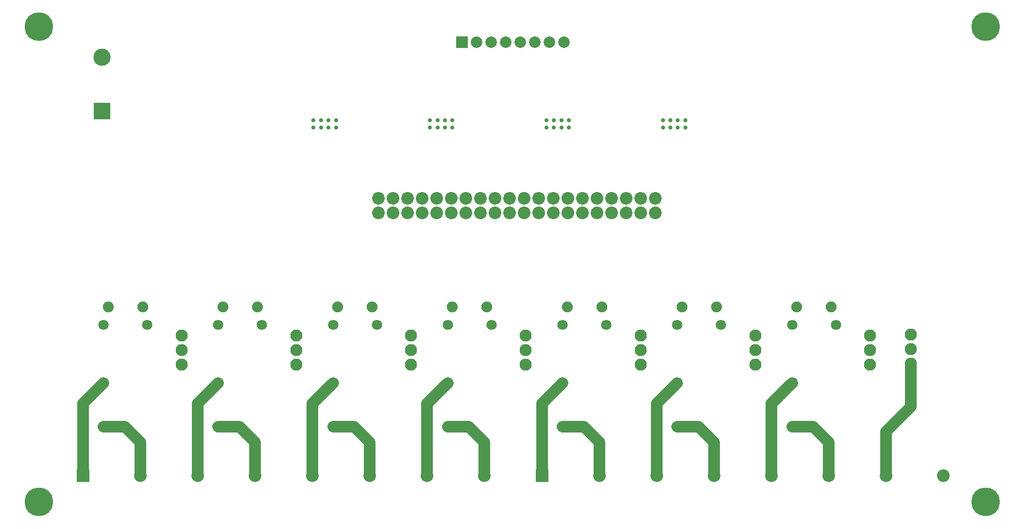
<source format=gbs>
G04*
G04 #@! TF.GenerationSoftware,Altium Limited,Altium Designer,23.3.1 (30)*
G04*
G04 Layer_Color=16711935*
%FSLAX44Y44*%
%MOMM*%
G71*
G04*
G04 #@! TF.SameCoordinates,67B4674F-F2B4-46E2-9611-5D6DB28F7A6D*
G04*
G04*
G04 #@! TF.FilePolarity,Negative*
G04*
G01*
G75*
%ADD35C,0.7032*%
%ADD36C,5.0000*%
%ADD37C,1.8034*%
%ADD38C,1.9032*%
%ADD39C,2.1032*%
%ADD40C,3.0032*%
%ADD41R,3.0032X3.0032*%
%ADD42C,2.2032*%
%ADD43C,2.0032*%
%ADD44R,2.0032X2.0032*%
%ADD45R,2.2032X2.2032*%
%ADD61C,2.0000*%
D35*
X553000Y702000D02*
D03*
Y689000D02*
D03*
X540000Y702000D02*
D03*
Y689000D02*
D03*
X527000Y702000D02*
D03*
Y689000D02*
D03*
X514000Y702000D02*
D03*
Y689000D02*
D03*
X717000D02*
D03*
Y702000D02*
D03*
X730000Y689000D02*
D03*
Y702000D02*
D03*
X743000Y689000D02*
D03*
Y702000D02*
D03*
X756000Y689000D02*
D03*
Y702000D02*
D03*
X959000D02*
D03*
Y689000D02*
D03*
X946000Y702000D02*
D03*
Y689000D02*
D03*
X933000Y702000D02*
D03*
Y689000D02*
D03*
X920000Y702000D02*
D03*
Y689000D02*
D03*
X1123000D02*
D03*
Y702000D02*
D03*
X1136000Y689000D02*
D03*
Y702000D02*
D03*
X1149000Y689000D02*
D03*
Y702000D02*
D03*
X1162000Y689000D02*
D03*
Y702000D02*
D03*
D36*
X1685000Y865000D02*
D03*
Y35000D02*
D03*
X35000D02*
D03*
Y865000D02*
D03*
D37*
X1348003Y344603D02*
D03*
Y243003D02*
D03*
Y166803D02*
D03*
X1424203Y344603D02*
D03*
X1148003D02*
D03*
Y243003D02*
D03*
Y166803D02*
D03*
X1224203Y344603D02*
D03*
X948003D02*
D03*
Y243003D02*
D03*
Y166803D02*
D03*
X1024203Y344603D02*
D03*
X748003D02*
D03*
Y243003D02*
D03*
Y166803D02*
D03*
X824203Y344603D02*
D03*
X548003D02*
D03*
Y243003D02*
D03*
Y166803D02*
D03*
X624203Y344603D02*
D03*
X348003D02*
D03*
Y243003D02*
D03*
Y166803D02*
D03*
X424203Y344603D02*
D03*
X148003D02*
D03*
Y243003D02*
D03*
Y166803D02*
D03*
X224203Y344603D02*
D03*
D38*
X416103Y375603D02*
D03*
X356103D02*
D03*
X216103D02*
D03*
X156103D02*
D03*
X556103D02*
D03*
X616103D02*
D03*
X756103D02*
D03*
X816103D02*
D03*
X1156103D02*
D03*
X1216103D02*
D03*
X1356103D02*
D03*
X1416103D02*
D03*
X956103D02*
D03*
X1016103D02*
D03*
D39*
X284003Y275203D02*
D03*
Y300603D02*
D03*
Y326003D02*
D03*
X1555000Y327203D02*
D03*
Y301803D02*
D03*
Y276403D02*
D03*
X484003Y326003D02*
D03*
Y300603D02*
D03*
Y275203D02*
D03*
X1284003Y326003D02*
D03*
Y300603D02*
D03*
Y275203D02*
D03*
X884003Y326003D02*
D03*
Y300603D02*
D03*
Y275203D02*
D03*
X1084003Y326003D02*
D03*
Y300603D02*
D03*
Y275203D02*
D03*
X1484003Y326003D02*
D03*
Y300603D02*
D03*
Y275203D02*
D03*
X684003Y326003D02*
D03*
Y300603D02*
D03*
Y275203D02*
D03*
D40*
X145000Y812000D02*
D03*
D41*
Y718000D02*
D03*
D42*
X1084003Y565003D02*
D03*
X1109403D02*
D03*
X906203Y539603D02*
D03*
X931603D02*
D03*
X957003D02*
D03*
X982403D02*
D03*
X1007803D02*
D03*
X1033203D02*
D03*
X1058603D02*
D03*
X1084003D02*
D03*
X1109403D02*
D03*
X728403D02*
D03*
X753803D02*
D03*
X779203D02*
D03*
X906203Y565003D02*
D03*
X931603D02*
D03*
X957003D02*
D03*
X982403D02*
D03*
X1007803D02*
D03*
X1033203D02*
D03*
X1058603D02*
D03*
X880803D02*
D03*
Y539603D02*
D03*
X855403D02*
D03*
X830003D02*
D03*
X804603D02*
D03*
X626803D02*
D03*
X652203D02*
D03*
X677603D02*
D03*
X703003D02*
D03*
X626803Y565003D02*
D03*
X652203D02*
D03*
X677603D02*
D03*
X703003D02*
D03*
X728403D02*
D03*
X753803D02*
D03*
X779203D02*
D03*
X804603D02*
D03*
X855403D02*
D03*
X830003D02*
D03*
X1612003Y81003D02*
D03*
X1512003D02*
D03*
X1412003D02*
D03*
X1312003D02*
D03*
X1212003D02*
D03*
X1112003D02*
D03*
X1012003D02*
D03*
X812003D02*
D03*
X712003D02*
D03*
X612003D02*
D03*
X512003D02*
D03*
X412003D02*
D03*
X312003D02*
D03*
X212003D02*
D03*
D43*
X797800Y838000D02*
D03*
X950200D02*
D03*
X924800D02*
D03*
X899400D02*
D03*
X874000D02*
D03*
X848600D02*
D03*
X823200D02*
D03*
D44*
X772400D02*
D03*
D45*
X912003Y81003D02*
D03*
X112003D02*
D03*
D61*
X1512003D02*
Y158003D01*
X1555000Y201000D01*
Y276403D01*
X1312003Y207003D02*
X1348003Y243003D01*
Y166803D02*
X1384803D01*
X1412003Y139603D01*
Y81003D02*
Y139603D01*
X1312003Y81003D02*
Y207003D01*
X1112003D02*
X1148003Y243003D01*
Y166803D02*
X1184803D01*
X1212003Y139603D01*
Y81003D02*
Y139603D01*
X1112003Y81003D02*
Y207003D01*
X912003D02*
X948003Y243003D01*
Y166803D02*
X984803D01*
X1012003Y139603D01*
Y81003D02*
Y139603D01*
X912003Y81003D02*
Y207003D01*
X712003D02*
X748003Y243003D01*
Y166803D02*
X784803D01*
X812003Y139603D01*
Y81003D02*
Y139603D01*
X712003Y81003D02*
Y207003D01*
X512003D02*
X548003Y243003D01*
Y166803D02*
X584803D01*
X612003Y139603D01*
Y81003D02*
Y139603D01*
X512003Y81003D02*
Y207003D01*
X312003D02*
X348003Y243003D01*
Y166803D02*
X384803D01*
X412003Y139603D01*
Y81003D02*
Y139603D01*
X312003Y81003D02*
Y207003D01*
X112003Y81003D02*
Y207003D01*
X212003Y81003D02*
Y139603D01*
X184803Y166803D02*
X212003Y139603D01*
X148003Y166803D02*
X184803D01*
X112003Y207003D02*
X148003Y243003D01*
M02*

</source>
